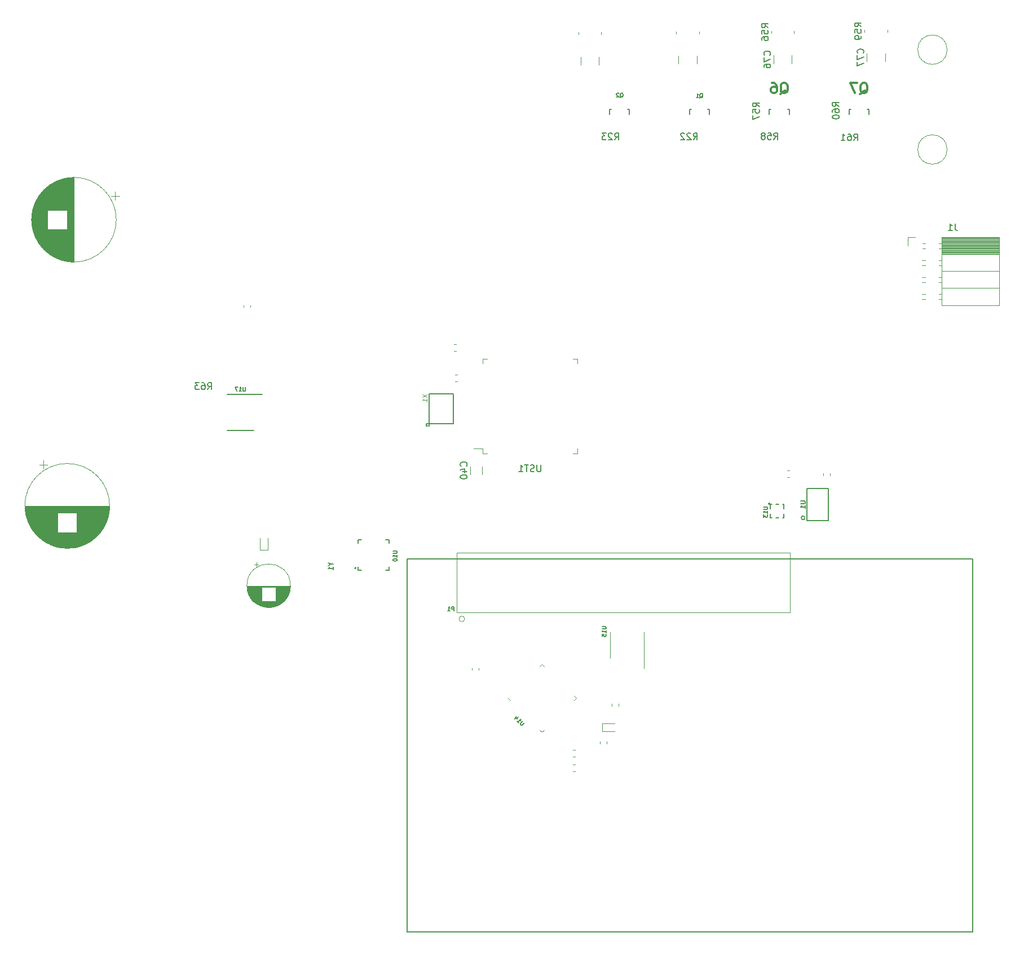
<source format=gbr>
G04 #@! TF.GenerationSoftware,KiCad,Pcbnew,5.1.5-52549c5~86~ubuntu16.04.1*
G04 #@! TF.CreationDate,2020-07-05T11:22:45-05:00*
G04 #@! TF.ProjectId,keep_breathing_ctrl,6b656570-5f62-4726-9561-7468696e675f,rev?*
G04 #@! TF.SameCoordinates,Original*
G04 #@! TF.FileFunction,Legend,Bot*
G04 #@! TF.FilePolarity,Positive*
%FSLAX46Y46*%
G04 Gerber Fmt 4.6, Leading zero omitted, Abs format (unit mm)*
G04 Created by KiCad (PCBNEW 5.1.5-52549c5~86~ubuntu16.04.1) date 2020-07-05 11:22:45*
%MOMM*%
%LPD*%
G04 APERTURE LIST*
%ADD10C,0.150000*%
%ADD11C,0.120000*%
%ADD12C,0.100000*%
%ADD13C,0.200660*%
%ADD14C,0.200000*%
%ADD15C,0.099060*%
%ADD16C,0.304800*%
G04 APERTURE END LIST*
D10*
X193000000Y-113500000D02*
X193000000Y-169500000D01*
X108000000Y-169500000D02*
X193000000Y-169500000D01*
X108000000Y-113500000D02*
X108000000Y-169500000D01*
X108000000Y-113500000D02*
X193000000Y-113500000D01*
D11*
X196950000Y-65210000D02*
X188320000Y-65210000D01*
X196950000Y-65328095D02*
X188320000Y-65328095D01*
X196950000Y-65446190D02*
X188320000Y-65446190D01*
X196950000Y-65564285D02*
X188320000Y-65564285D01*
X196950000Y-65682380D02*
X188320000Y-65682380D01*
X196950000Y-65800475D02*
X188320000Y-65800475D01*
X196950000Y-65918570D02*
X188320000Y-65918570D01*
X196950000Y-66036665D02*
X188320000Y-66036665D01*
X196950000Y-66154760D02*
X188320000Y-66154760D01*
X196950000Y-66272855D02*
X188320000Y-66272855D01*
X196950000Y-66390950D02*
X188320000Y-66390950D01*
X196950000Y-66509045D02*
X188320000Y-66509045D01*
X196950000Y-66627140D02*
X188320000Y-66627140D01*
X196950000Y-66745235D02*
X188320000Y-66745235D01*
X196950000Y-66863330D02*
X188320000Y-66863330D01*
X196950000Y-66981425D02*
X188320000Y-66981425D01*
X196950000Y-67099520D02*
X188320000Y-67099520D01*
X196950000Y-67217615D02*
X188320000Y-67217615D01*
X196950000Y-67335710D02*
X188320000Y-67335710D01*
X196950000Y-67453805D02*
X188320000Y-67453805D01*
X196950000Y-67571900D02*
X188320000Y-67571900D01*
X188320000Y-66060000D02*
X187910000Y-66060000D01*
X185810000Y-66060000D02*
X185430000Y-66060000D01*
X188320000Y-66780000D02*
X187910000Y-66780000D01*
X185810000Y-66780000D02*
X185430000Y-66780000D01*
X188320000Y-68600000D02*
X187910000Y-68600000D01*
X185810000Y-68600000D02*
X185370000Y-68600000D01*
X188320000Y-69320000D02*
X187910000Y-69320000D01*
X185810000Y-69320000D02*
X185370000Y-69320000D01*
X188320000Y-71140000D02*
X187910000Y-71140000D01*
X185810000Y-71140000D02*
X185370000Y-71140000D01*
X188320000Y-71860000D02*
X187910000Y-71860000D01*
X185810000Y-71860000D02*
X185370000Y-71860000D01*
X188320000Y-73680000D02*
X187910000Y-73680000D01*
X185810000Y-73680000D02*
X185370000Y-73680000D01*
X188320000Y-74400000D02*
X187910000Y-74400000D01*
X185810000Y-74400000D02*
X185370000Y-74400000D01*
X196950000Y-67690000D02*
X188320000Y-67690000D01*
X196950000Y-70230000D02*
X188320000Y-70230000D01*
X196950000Y-72770000D02*
X188320000Y-72770000D01*
X196950000Y-65090000D02*
X188320000Y-65090000D01*
X188320000Y-65090000D02*
X188320000Y-75370000D01*
X196950000Y-75370000D02*
X188320000Y-75370000D01*
X196950000Y-65090000D02*
X196950000Y-75370000D01*
X183210000Y-65090000D02*
X183210000Y-66420000D01*
X184320000Y-65090000D02*
X183210000Y-65090000D01*
X123530565Y-134735876D02*
X123194689Y-134400000D01*
X133405311Y-134400000D02*
X133069435Y-134735876D01*
X133069435Y-134064124D02*
X133405311Y-134400000D01*
X128300000Y-129294689D02*
X127964124Y-129630565D01*
X128635876Y-129630565D02*
X128300000Y-129294689D01*
X128300000Y-139505311D02*
X128635876Y-139169435D01*
X127964124Y-139169435D02*
X128300000Y-139505311D01*
X189120000Y-36950000D02*
G75*
G03X189120000Y-36950000I-2210000J0D01*
G01*
X189120000Y-51950000D02*
G75*
G03X189120000Y-51950000I-2210000J0D01*
G01*
D12*
X116666923Y-122500000D02*
G75*
G03X116666923Y-122500000I-416923J0D01*
G01*
X115500000Y-121500000D02*
X115500000Y-112500000D01*
X115500000Y-112500000D02*
X165500000Y-112500000D01*
X165500000Y-112500000D02*
X165500000Y-121500000D01*
X165500000Y-121500000D02*
X115500000Y-121500000D01*
D10*
X138410180Y-45949760D02*
X138410180Y-46650800D01*
X138610840Y-45949760D02*
X138410180Y-45949760D01*
X141409820Y-45949760D02*
X141160900Y-45949760D01*
X141409820Y-46650800D02*
X141409820Y-45949760D01*
X138610840Y-45949760D02*
X138659100Y-45949760D01*
D13*
X110900460Y-93481140D02*
X111200180Y-93481140D01*
X110900460Y-93178880D02*
X110900460Y-93481140D01*
X111101120Y-93178880D02*
X110900460Y-93178880D01*
X115000020Y-93178880D02*
X111101120Y-93178880D01*
X115000020Y-88680540D02*
X115000020Y-93178880D01*
X111299240Y-88680540D02*
X115000020Y-88680540D01*
X111299240Y-93481140D02*
X111299240Y-88680540D01*
D11*
X115572779Y-86840000D02*
X115247221Y-86840000D01*
X115572779Y-85820000D02*
X115247221Y-85820000D01*
X115077221Y-81190000D02*
X115402779Y-81190000D01*
X115077221Y-82210000D02*
X115402779Y-82210000D01*
X119390000Y-96910000D02*
X118025000Y-96910000D01*
X119390000Y-97610000D02*
X119390000Y-96910000D01*
X120090000Y-97610000D02*
X119390000Y-97610000D01*
X133610000Y-97610000D02*
X133610000Y-96910000D01*
X132910000Y-97610000D02*
X133610000Y-97610000D01*
X119390000Y-83390000D02*
X119390000Y-84090000D01*
X120090000Y-83390000D02*
X119390000Y-83390000D01*
X133610000Y-83390000D02*
X133610000Y-84090000D01*
X132910000Y-83390000D02*
X133610000Y-83390000D01*
X132937221Y-142160000D02*
X133262779Y-142160000D01*
X132937221Y-143180000D02*
X133262779Y-143180000D01*
X138030000Y-140937221D02*
X138030000Y-141262779D01*
X137010000Y-140937221D02*
X137010000Y-141262779D01*
X165137221Y-100190000D02*
X165462779Y-100190000D01*
X165137221Y-101210000D02*
X165462779Y-101210000D01*
X85900000Y-110300000D02*
X85900000Y-112150000D01*
X87100000Y-110300000D02*
X87100000Y-112150000D01*
X87100000Y-112150000D02*
X85900000Y-112150000D01*
X139200000Y-138170000D02*
X137350000Y-138170000D01*
X139200000Y-139370000D02*
X137350000Y-139370000D01*
X137350000Y-139370000D02*
X137350000Y-138170000D01*
X85096000Y-114314759D02*
X85726000Y-114314759D01*
X85411000Y-113999759D02*
X85411000Y-114629759D01*
X86848000Y-120741000D02*
X87652000Y-120741000D01*
X86617000Y-120701000D02*
X87883000Y-120701000D01*
X86448000Y-120661000D02*
X88052000Y-120661000D01*
X86310000Y-120621000D02*
X88190000Y-120621000D01*
X86191000Y-120581000D02*
X88309000Y-120581000D01*
X86085000Y-120541000D02*
X88415000Y-120541000D01*
X85988000Y-120501000D02*
X88512000Y-120501000D01*
X85900000Y-120461000D02*
X88600000Y-120461000D01*
X85818000Y-120421000D02*
X88682000Y-120421000D01*
X85741000Y-120381000D02*
X88759000Y-120381000D01*
X85669000Y-120341000D02*
X88831000Y-120341000D01*
X85600000Y-120301000D02*
X88900000Y-120301000D01*
X85536000Y-120261000D02*
X88964000Y-120261000D01*
X85474000Y-120221000D02*
X89026000Y-120221000D01*
X85416000Y-120181000D02*
X89084000Y-120181000D01*
X85360000Y-120141000D02*
X89140000Y-120141000D01*
X85306000Y-120101000D02*
X89194000Y-120101000D01*
X85255000Y-120061000D02*
X89245000Y-120061000D01*
X85206000Y-120021000D02*
X89294000Y-120021000D01*
X85158000Y-119981000D02*
X89342000Y-119981000D01*
X85113000Y-119941000D02*
X89387000Y-119941000D01*
X85068000Y-119901000D02*
X89432000Y-119901000D01*
X85026000Y-119861000D02*
X89474000Y-119861000D01*
X84985000Y-119821000D02*
X89515000Y-119821000D01*
X88290000Y-119781000D02*
X89555000Y-119781000D01*
X84945000Y-119781000D02*
X86210000Y-119781000D01*
X88290000Y-119741000D02*
X89593000Y-119741000D01*
X84907000Y-119741000D02*
X86210000Y-119741000D01*
X88290000Y-119701000D02*
X89630000Y-119701000D01*
X84870000Y-119701000D02*
X86210000Y-119701000D01*
X88290000Y-119661000D02*
X89666000Y-119661000D01*
X84834000Y-119661000D02*
X86210000Y-119661000D01*
X88290000Y-119621000D02*
X89700000Y-119621000D01*
X84800000Y-119621000D02*
X86210000Y-119621000D01*
X88290000Y-119581000D02*
X89734000Y-119581000D01*
X84766000Y-119581000D02*
X86210000Y-119581000D01*
X88290000Y-119541000D02*
X89766000Y-119541000D01*
X84734000Y-119541000D02*
X86210000Y-119541000D01*
X88290000Y-119501000D02*
X89798000Y-119501000D01*
X84702000Y-119501000D02*
X86210000Y-119501000D01*
X88290000Y-119461000D02*
X89828000Y-119461000D01*
X84672000Y-119461000D02*
X86210000Y-119461000D01*
X88290000Y-119421000D02*
X89857000Y-119421000D01*
X84643000Y-119421000D02*
X86210000Y-119421000D01*
X88290000Y-119381000D02*
X89886000Y-119381000D01*
X84614000Y-119381000D02*
X86210000Y-119381000D01*
X88290000Y-119341000D02*
X89914000Y-119341000D01*
X84586000Y-119341000D02*
X86210000Y-119341000D01*
X88290000Y-119301000D02*
X89940000Y-119301000D01*
X84560000Y-119301000D02*
X86210000Y-119301000D01*
X88290000Y-119261000D02*
X89966000Y-119261000D01*
X84534000Y-119261000D02*
X86210000Y-119261000D01*
X88290000Y-119221000D02*
X89992000Y-119221000D01*
X84508000Y-119221000D02*
X86210000Y-119221000D01*
X88290000Y-119181000D02*
X90016000Y-119181000D01*
X84484000Y-119181000D02*
X86210000Y-119181000D01*
X88290000Y-119141000D02*
X90040000Y-119141000D01*
X84460000Y-119141000D02*
X86210000Y-119141000D01*
X88290000Y-119101000D02*
X90062000Y-119101000D01*
X84438000Y-119101000D02*
X86210000Y-119101000D01*
X88290000Y-119061000D02*
X90084000Y-119061000D01*
X84416000Y-119061000D02*
X86210000Y-119061000D01*
X88290000Y-119021000D02*
X90106000Y-119021000D01*
X84394000Y-119021000D02*
X86210000Y-119021000D01*
X88290000Y-118981000D02*
X90126000Y-118981000D01*
X84374000Y-118981000D02*
X86210000Y-118981000D01*
X88290000Y-118941000D02*
X90146000Y-118941000D01*
X84354000Y-118941000D02*
X86210000Y-118941000D01*
X88290000Y-118901000D02*
X90166000Y-118901000D01*
X84334000Y-118901000D02*
X86210000Y-118901000D01*
X88290000Y-118861000D02*
X90184000Y-118861000D01*
X84316000Y-118861000D02*
X86210000Y-118861000D01*
X88290000Y-118821000D02*
X90202000Y-118821000D01*
X84298000Y-118821000D02*
X86210000Y-118821000D01*
X88290000Y-118781000D02*
X90220000Y-118781000D01*
X84280000Y-118781000D02*
X86210000Y-118781000D01*
X88290000Y-118741000D02*
X90236000Y-118741000D01*
X84264000Y-118741000D02*
X86210000Y-118741000D01*
X88290000Y-118701000D02*
X90252000Y-118701000D01*
X84248000Y-118701000D02*
X86210000Y-118701000D01*
X88290000Y-118661000D02*
X90268000Y-118661000D01*
X84232000Y-118661000D02*
X86210000Y-118661000D01*
X88290000Y-118621000D02*
X90283000Y-118621000D01*
X84217000Y-118621000D02*
X86210000Y-118621000D01*
X88290000Y-118581000D02*
X90297000Y-118581000D01*
X84203000Y-118581000D02*
X86210000Y-118581000D01*
X88290000Y-118541000D02*
X90311000Y-118541000D01*
X84189000Y-118541000D02*
X86210000Y-118541000D01*
X88290000Y-118501000D02*
X90324000Y-118501000D01*
X84176000Y-118501000D02*
X86210000Y-118501000D01*
X88290000Y-118461000D02*
X90336000Y-118461000D01*
X84164000Y-118461000D02*
X86210000Y-118461000D01*
X88290000Y-118421000D02*
X90348000Y-118421000D01*
X84152000Y-118421000D02*
X86210000Y-118421000D01*
X88290000Y-118381000D02*
X90360000Y-118381000D01*
X84140000Y-118381000D02*
X86210000Y-118381000D01*
X88290000Y-118341000D02*
X90371000Y-118341000D01*
X84129000Y-118341000D02*
X86210000Y-118341000D01*
X88290000Y-118301000D02*
X90381000Y-118301000D01*
X84119000Y-118301000D02*
X86210000Y-118301000D01*
X88290000Y-118261000D02*
X90391000Y-118261000D01*
X84109000Y-118261000D02*
X86210000Y-118261000D01*
X88290000Y-118221000D02*
X90400000Y-118221000D01*
X84100000Y-118221000D02*
X86210000Y-118221000D01*
X88290000Y-118180000D02*
X90409000Y-118180000D01*
X84091000Y-118180000D02*
X86210000Y-118180000D01*
X88290000Y-118140000D02*
X90417000Y-118140000D01*
X84083000Y-118140000D02*
X86210000Y-118140000D01*
X88290000Y-118100000D02*
X90425000Y-118100000D01*
X84075000Y-118100000D02*
X86210000Y-118100000D01*
X88290000Y-118060000D02*
X90432000Y-118060000D01*
X84068000Y-118060000D02*
X86210000Y-118060000D01*
X88290000Y-118020000D02*
X90439000Y-118020000D01*
X84061000Y-118020000D02*
X86210000Y-118020000D01*
X88290000Y-117980000D02*
X90445000Y-117980000D01*
X84055000Y-117980000D02*
X86210000Y-117980000D01*
X88290000Y-117940000D02*
X90451000Y-117940000D01*
X84049000Y-117940000D02*
X86210000Y-117940000D01*
X88290000Y-117900000D02*
X90456000Y-117900000D01*
X84044000Y-117900000D02*
X86210000Y-117900000D01*
X88290000Y-117860000D02*
X90461000Y-117860000D01*
X84039000Y-117860000D02*
X86210000Y-117860000D01*
X88290000Y-117820000D02*
X90465000Y-117820000D01*
X84035000Y-117820000D02*
X86210000Y-117820000D01*
X88290000Y-117780000D02*
X90468000Y-117780000D01*
X84032000Y-117780000D02*
X86210000Y-117780000D01*
X88290000Y-117740000D02*
X90472000Y-117740000D01*
X84028000Y-117740000D02*
X86210000Y-117740000D01*
X84026000Y-117700000D02*
X90474000Y-117700000D01*
X84023000Y-117660000D02*
X90477000Y-117660000D01*
X84022000Y-117620000D02*
X90478000Y-117620000D01*
X84020000Y-117580000D02*
X90480000Y-117580000D01*
X84020000Y-117540000D02*
X90480000Y-117540000D01*
X84020000Y-117500000D02*
X90480000Y-117500000D01*
X90520000Y-117500000D02*
G75*
G03X90520000Y-117500000I-3270000J0D01*
G01*
X143630000Y-126440000D02*
X143630000Y-129890000D01*
X143630000Y-126440000D02*
X143630000Y-124490000D01*
X138510000Y-126440000D02*
X138510000Y-128390000D01*
X138510000Y-126440000D02*
X138510000Y-124490000D01*
X117740000Y-130192779D02*
X117740000Y-129867221D01*
X118760000Y-130192779D02*
X118760000Y-129867221D01*
X139800000Y-135227221D02*
X139800000Y-135552779D01*
X138780000Y-135227221D02*
X138780000Y-135552779D01*
X132957221Y-144410000D02*
X133282779Y-144410000D01*
X132957221Y-145430000D02*
X133282779Y-145430000D01*
X170490000Y-100962779D02*
X170490000Y-100637221D01*
X171510000Y-100962779D02*
X171510000Y-100637221D01*
D10*
X162600000Y-107300000D02*
X162600000Y-106700000D01*
X164600000Y-107300000D02*
X164600000Y-106700000D01*
X164600000Y-105300000D02*
X164600000Y-105900000D01*
X162600000Y-105300000D02*
X162600000Y-105900000D01*
X163400000Y-107300000D02*
X163800000Y-107300000D01*
X163400000Y-105300000D02*
X163800000Y-105300000D01*
X164600000Y-107300000D02*
X164400000Y-107300000D01*
X162600000Y-107300000D02*
X162800000Y-107300000D01*
X162600000Y-105300000D02*
X162800000Y-105300000D01*
X164616000Y-105284000D02*
X164425500Y-105284000D01*
X162535490Y-105157000D02*
G75*
G03X162535490Y-105157000I-141990J0D01*
G01*
X168100000Y-102900000D02*
X171300000Y-102900000D01*
X168100000Y-107700000D02*
X168100000Y-102900000D01*
X171300000Y-107700000D02*
X168100000Y-107700000D01*
X171300000Y-102900000D02*
X171300000Y-107700000D01*
X167782843Y-107300000D02*
G75*
G03X167782843Y-107300000I-282843J0D01*
G01*
X86275000Y-88775000D02*
X81000000Y-88775000D01*
X85000000Y-94175000D02*
X81000000Y-94175000D01*
D11*
X84510000Y-75337221D02*
X84510000Y-75662779D01*
X83490000Y-75337221D02*
X83490000Y-75662779D01*
D10*
X150430180Y-45939760D02*
X150430180Y-46640800D01*
X150630840Y-45939760D02*
X150430180Y-45939760D01*
X153429820Y-45939760D02*
X153180900Y-45939760D01*
X153429820Y-46640800D02*
X153429820Y-45939760D01*
X150630840Y-45939760D02*
X150679100Y-45939760D01*
D11*
X137200000Y-34297017D02*
X137200000Y-34662983D01*
X133780000Y-34297017D02*
X133780000Y-34662983D01*
X151880000Y-34187017D02*
X151880000Y-34552983D01*
X148460000Y-34187017D02*
X148460000Y-34552983D01*
X136860000Y-38007936D02*
X136860000Y-39212064D01*
X134140000Y-38007936D02*
X134140000Y-39212064D01*
X151520000Y-37877936D02*
X151520000Y-39082064D01*
X148800000Y-37877936D02*
X148800000Y-39082064D01*
D14*
X100370000Y-114850000D02*
G75*
G03X100370000Y-114850000I-100000J0D01*
G01*
D10*
X105350000Y-115175000D02*
X105350000Y-114675000D01*
X105350000Y-115175000D02*
X104850000Y-115175000D01*
X105350000Y-110625000D02*
X105350000Y-111125000D01*
X105350000Y-110624160D02*
X104850000Y-110624160D01*
X100650000Y-110625000D02*
X101150000Y-110625000D01*
X100650000Y-110625000D02*
X100650000Y-111125000D01*
X100650000Y-115175000D02*
X101150000Y-115175000D01*
X100650000Y-115175000D02*
X100650000Y-114675000D01*
D11*
X64192082Y-58300000D02*
X64192082Y-59550000D01*
X64817082Y-58925000D02*
X63567082Y-58925000D01*
X51639000Y-62183000D02*
X51639000Y-62817000D01*
X51679000Y-61743000D02*
X51679000Y-63257000D01*
X51719000Y-61472000D02*
X51719000Y-63528000D01*
X51759000Y-61259000D02*
X51759000Y-63741000D01*
X51799000Y-61078000D02*
X51799000Y-63922000D01*
X51839000Y-60917000D02*
X51839000Y-64083000D01*
X51879000Y-60772000D02*
X51879000Y-64228000D01*
X51919000Y-60639000D02*
X51919000Y-64361000D01*
X51959000Y-60516000D02*
X51959000Y-64484000D01*
X51999000Y-60400000D02*
X51999000Y-64600000D01*
X52039000Y-60291000D02*
X52039000Y-64709000D01*
X52079000Y-60188000D02*
X52079000Y-64812000D01*
X52119000Y-60090000D02*
X52119000Y-64910000D01*
X52159000Y-59996000D02*
X52159000Y-65004000D01*
X52199000Y-59906000D02*
X52199000Y-65094000D01*
X52239000Y-59819000D02*
X52239000Y-65181000D01*
X52279000Y-59736000D02*
X52279000Y-65264000D01*
X52319000Y-59656000D02*
X52319000Y-65344000D01*
X52359000Y-59579000D02*
X52359000Y-65421000D01*
X52399000Y-59504000D02*
X52399000Y-65496000D01*
X52439000Y-59431000D02*
X52439000Y-65569000D01*
X52479000Y-59360000D02*
X52479000Y-65640000D01*
X52519000Y-59292000D02*
X52519000Y-65708000D01*
X52559000Y-59225000D02*
X52559000Y-65775000D01*
X52599000Y-59161000D02*
X52599000Y-65839000D01*
X52639000Y-59098000D02*
X52639000Y-65902000D01*
X52679000Y-59036000D02*
X52679000Y-65964000D01*
X52719000Y-58976000D02*
X52719000Y-66024000D01*
X52759000Y-58917000D02*
X52759000Y-66083000D01*
X52799000Y-58860000D02*
X52799000Y-66140000D01*
X52839000Y-58804000D02*
X52839000Y-66196000D01*
X52879000Y-58750000D02*
X52879000Y-66250000D01*
X52919000Y-58696000D02*
X52919000Y-66304000D01*
X52959000Y-58644000D02*
X52959000Y-66356000D01*
X52999000Y-58593000D02*
X52999000Y-66407000D01*
X53039000Y-58543000D02*
X53039000Y-66457000D01*
X53079000Y-58493000D02*
X53079000Y-66507000D01*
X53119000Y-58445000D02*
X53119000Y-66555000D01*
X53159000Y-58398000D02*
X53159000Y-66602000D01*
X53199000Y-58352000D02*
X53199000Y-66648000D01*
X53239000Y-58306000D02*
X53239000Y-66694000D01*
X53279000Y-58262000D02*
X53279000Y-66738000D01*
X53319000Y-58218000D02*
X53319000Y-66782000D01*
X53359000Y-58175000D02*
X53359000Y-66825000D01*
X53399000Y-58133000D02*
X53399000Y-66867000D01*
X53439000Y-58092000D02*
X53439000Y-66908000D01*
X53479000Y-58051000D02*
X53479000Y-66949000D01*
X53519000Y-58011000D02*
X53519000Y-66989000D01*
X53559000Y-57972000D02*
X53559000Y-67028000D01*
X53599000Y-57933000D02*
X53599000Y-67067000D01*
X53639000Y-57895000D02*
X53639000Y-67105000D01*
X53679000Y-57858000D02*
X53679000Y-67142000D01*
X53719000Y-57822000D02*
X53719000Y-67178000D01*
X53759000Y-57786000D02*
X53759000Y-67214000D01*
X53799000Y-57750000D02*
X53799000Y-67250000D01*
X53839000Y-57715000D02*
X53839000Y-67285000D01*
X53879000Y-57681000D02*
X53879000Y-67319000D01*
X53919000Y-57648000D02*
X53919000Y-67352000D01*
X53959000Y-57615000D02*
X53959000Y-67385000D01*
X53999000Y-57582000D02*
X53999000Y-67418000D01*
X54039000Y-57550000D02*
X54039000Y-67450000D01*
X54079000Y-63940000D02*
X54079000Y-67482000D01*
X54079000Y-57518000D02*
X54079000Y-61060000D01*
X54119000Y-63940000D02*
X54119000Y-67512000D01*
X54119000Y-57488000D02*
X54119000Y-61060000D01*
X54159000Y-63940000D02*
X54159000Y-67543000D01*
X54159000Y-57457000D02*
X54159000Y-61060000D01*
X54199000Y-63940000D02*
X54199000Y-67573000D01*
X54199000Y-57427000D02*
X54199000Y-61060000D01*
X54239000Y-63940000D02*
X54239000Y-67602000D01*
X54239000Y-57398000D02*
X54239000Y-61060000D01*
X54279000Y-63940000D02*
X54279000Y-67631000D01*
X54279000Y-57369000D02*
X54279000Y-61060000D01*
X54319000Y-63940000D02*
X54319000Y-67660000D01*
X54319000Y-57340000D02*
X54319000Y-61060000D01*
X54359000Y-63940000D02*
X54359000Y-67688000D01*
X54359000Y-57312000D02*
X54359000Y-61060000D01*
X54399000Y-63940000D02*
X54399000Y-67716000D01*
X54399000Y-57284000D02*
X54399000Y-61060000D01*
X54439000Y-63940000D02*
X54439000Y-67743000D01*
X54439000Y-57257000D02*
X54439000Y-61060000D01*
X54479000Y-63940000D02*
X54479000Y-67770000D01*
X54479000Y-57230000D02*
X54479000Y-61060000D01*
X54519000Y-63940000D02*
X54519000Y-67796000D01*
X54519000Y-57204000D02*
X54519000Y-61060000D01*
X54559000Y-63940000D02*
X54559000Y-67822000D01*
X54559000Y-57178000D02*
X54559000Y-61060000D01*
X54599000Y-63940000D02*
X54599000Y-67847000D01*
X54599000Y-57153000D02*
X54599000Y-61060000D01*
X54639000Y-63940000D02*
X54639000Y-67872000D01*
X54639000Y-57128000D02*
X54639000Y-61060000D01*
X54679000Y-63940000D02*
X54679000Y-67897000D01*
X54679000Y-57103000D02*
X54679000Y-61060000D01*
X54719000Y-63940000D02*
X54719000Y-67921000D01*
X54719000Y-57079000D02*
X54719000Y-61060000D01*
X54759000Y-63940000D02*
X54759000Y-67945000D01*
X54759000Y-57055000D02*
X54759000Y-61060000D01*
X54799000Y-63940000D02*
X54799000Y-67968000D01*
X54799000Y-57032000D02*
X54799000Y-61060000D01*
X54839000Y-63940000D02*
X54839000Y-67991000D01*
X54839000Y-57009000D02*
X54839000Y-61060000D01*
X54879000Y-63940000D02*
X54879000Y-68014000D01*
X54879000Y-56986000D02*
X54879000Y-61060000D01*
X54919000Y-63940000D02*
X54919000Y-68036000D01*
X54919000Y-56964000D02*
X54919000Y-61060000D01*
X54959000Y-63940000D02*
X54959000Y-68058000D01*
X54959000Y-56942000D02*
X54959000Y-61060000D01*
X54999000Y-63940000D02*
X54999000Y-68080000D01*
X54999000Y-56920000D02*
X54999000Y-61060000D01*
X55039000Y-63940000D02*
X55039000Y-68101000D01*
X55039000Y-56899000D02*
X55039000Y-61060000D01*
X55079000Y-63940000D02*
X55079000Y-68122000D01*
X55079000Y-56878000D02*
X55079000Y-61060000D01*
X55119000Y-63940000D02*
X55119000Y-68142000D01*
X55119000Y-56858000D02*
X55119000Y-61060000D01*
X55159000Y-63940000D02*
X55159000Y-68162000D01*
X55159000Y-56838000D02*
X55159000Y-61060000D01*
X55199000Y-63940000D02*
X55199000Y-68182000D01*
X55199000Y-56818000D02*
X55199000Y-61060000D01*
X55239000Y-63940000D02*
X55239000Y-68202000D01*
X55239000Y-56798000D02*
X55239000Y-61060000D01*
X55279000Y-63940000D02*
X55279000Y-68221000D01*
X55279000Y-56779000D02*
X55279000Y-61060000D01*
X55319000Y-63940000D02*
X55319000Y-68239000D01*
X55319000Y-56761000D02*
X55319000Y-61060000D01*
X55359000Y-63940000D02*
X55359000Y-68258000D01*
X55359000Y-56742000D02*
X55359000Y-61060000D01*
X55399000Y-63940000D02*
X55399000Y-68276000D01*
X55399000Y-56724000D02*
X55399000Y-61060000D01*
X55439000Y-63940000D02*
X55439000Y-68293000D01*
X55439000Y-56707000D02*
X55439000Y-61060000D01*
X55479000Y-63940000D02*
X55479000Y-68311000D01*
X55479000Y-56689000D02*
X55479000Y-61060000D01*
X55519000Y-63940000D02*
X55519000Y-68328000D01*
X55519000Y-56672000D02*
X55519000Y-61060000D01*
X55559000Y-63940000D02*
X55559000Y-68345000D01*
X55559000Y-56655000D02*
X55559000Y-61060000D01*
X55599000Y-63940000D02*
X55599000Y-68361000D01*
X55599000Y-56639000D02*
X55599000Y-61060000D01*
X55639000Y-63940000D02*
X55639000Y-68377000D01*
X55639000Y-56623000D02*
X55639000Y-61060000D01*
X55679000Y-63940000D02*
X55679000Y-68393000D01*
X55679000Y-56607000D02*
X55679000Y-61060000D01*
X55719000Y-63940000D02*
X55719000Y-68408000D01*
X55719000Y-56592000D02*
X55719000Y-61060000D01*
X55759000Y-63940000D02*
X55759000Y-68424000D01*
X55759000Y-56576000D02*
X55759000Y-61060000D01*
X55799000Y-63940000D02*
X55799000Y-68439000D01*
X55799000Y-56561000D02*
X55799000Y-61060000D01*
X55839000Y-63940000D02*
X55839000Y-68453000D01*
X55839000Y-56547000D02*
X55839000Y-61060000D01*
X55879000Y-63940000D02*
X55879000Y-68467000D01*
X55879000Y-56533000D02*
X55879000Y-61060000D01*
X55919000Y-63940000D02*
X55919000Y-68481000D01*
X55919000Y-56519000D02*
X55919000Y-61060000D01*
X55959000Y-63940000D02*
X55959000Y-68495000D01*
X55959000Y-56505000D02*
X55959000Y-61060000D01*
X55999000Y-63940000D02*
X55999000Y-68508000D01*
X55999000Y-56492000D02*
X55999000Y-61060000D01*
X56039000Y-63940000D02*
X56039000Y-68521000D01*
X56039000Y-56479000D02*
X56039000Y-61060000D01*
X56079000Y-63940000D02*
X56079000Y-68534000D01*
X56079000Y-56466000D02*
X56079000Y-61060000D01*
X56119000Y-63940000D02*
X56119000Y-68547000D01*
X56119000Y-56453000D02*
X56119000Y-61060000D01*
X56159000Y-63940000D02*
X56159000Y-68559000D01*
X56159000Y-56441000D02*
X56159000Y-61060000D01*
X56199000Y-63940000D02*
X56199000Y-68571000D01*
X56199000Y-56429000D02*
X56199000Y-61060000D01*
X56239000Y-63940000D02*
X56239000Y-68583000D01*
X56239000Y-56417000D02*
X56239000Y-61060000D01*
X56279000Y-63940000D02*
X56279000Y-68594000D01*
X56279000Y-56406000D02*
X56279000Y-61060000D01*
X56319000Y-63940000D02*
X56319000Y-68605000D01*
X56319000Y-56395000D02*
X56319000Y-61060000D01*
X56359000Y-63940000D02*
X56359000Y-68616000D01*
X56359000Y-56384000D02*
X56359000Y-61060000D01*
X56399000Y-63940000D02*
X56399000Y-68626000D01*
X56399000Y-56374000D02*
X56399000Y-61060000D01*
X56439000Y-63940000D02*
X56439000Y-68637000D01*
X56439000Y-56363000D02*
X56439000Y-61060000D01*
X56479000Y-63940000D02*
X56479000Y-68646000D01*
X56479000Y-56354000D02*
X56479000Y-61060000D01*
X56519000Y-63940000D02*
X56519000Y-68656000D01*
X56519000Y-56344000D02*
X56519000Y-61060000D01*
X56559000Y-63940000D02*
X56559000Y-68666000D01*
X56559000Y-56334000D02*
X56559000Y-61060000D01*
X56599000Y-63940000D02*
X56599000Y-68675000D01*
X56599000Y-56325000D02*
X56599000Y-61060000D01*
X56639000Y-63940000D02*
X56639000Y-68684000D01*
X56639000Y-56316000D02*
X56639000Y-61060000D01*
X56679000Y-63940000D02*
X56679000Y-68692000D01*
X56679000Y-56308000D02*
X56679000Y-61060000D01*
X56719000Y-63940000D02*
X56719000Y-68701000D01*
X56719000Y-56299000D02*
X56719000Y-61060000D01*
X56759000Y-63940000D02*
X56759000Y-68709000D01*
X56759000Y-56291000D02*
X56759000Y-61060000D01*
X56799000Y-63940000D02*
X56799000Y-68716000D01*
X56799000Y-56284000D02*
X56799000Y-61060000D01*
X56839000Y-63940000D02*
X56839000Y-68724000D01*
X56839000Y-56276000D02*
X56839000Y-61060000D01*
X56879000Y-63940000D02*
X56879000Y-68731000D01*
X56879000Y-56269000D02*
X56879000Y-61060000D01*
X56919000Y-63940000D02*
X56919000Y-68738000D01*
X56919000Y-56262000D02*
X56919000Y-61060000D01*
X56959000Y-56255000D02*
X56959000Y-68745000D01*
X56999000Y-56248000D02*
X56999000Y-68752000D01*
X57039000Y-56242000D02*
X57039000Y-68758000D01*
X57079000Y-56236000D02*
X57079000Y-68764000D01*
X57119000Y-56231000D02*
X57119000Y-68769000D01*
X57159000Y-56225000D02*
X57159000Y-68775000D01*
X57199000Y-56220000D02*
X57199000Y-68780000D01*
X57239000Y-56215000D02*
X57239000Y-68785000D01*
X57279000Y-56210000D02*
X57279000Y-68790000D01*
X57320000Y-56206000D02*
X57320000Y-68794000D01*
X57360000Y-56202000D02*
X57360000Y-68798000D01*
X57400000Y-56198000D02*
X57400000Y-68802000D01*
X57440000Y-56194000D02*
X57440000Y-68806000D01*
X57480000Y-56191000D02*
X57480000Y-68809000D01*
X57520000Y-56188000D02*
X57520000Y-68812000D01*
X57560000Y-56185000D02*
X57560000Y-68815000D01*
X57600000Y-56182000D02*
X57600000Y-68818000D01*
X57640000Y-56180000D02*
X57640000Y-68820000D01*
X57680000Y-56178000D02*
X57680000Y-68822000D01*
X57720000Y-56176000D02*
X57720000Y-68824000D01*
X57760000Y-56174000D02*
X57760000Y-68826000D01*
X57800000Y-56173000D02*
X57800000Y-68827000D01*
X57840000Y-56172000D02*
X57840000Y-68828000D01*
X57880000Y-56171000D02*
X57880000Y-68829000D01*
X57920000Y-56170000D02*
X57920000Y-68830000D01*
X57960000Y-56170000D02*
X57960000Y-68830000D01*
X58000000Y-56170000D02*
X58000000Y-68830000D01*
X64370000Y-62500000D02*
G75*
G03X64370000Y-62500000I-6370000J0D01*
G01*
X63370000Y-105500000D02*
G75*
G03X63370000Y-105500000I-6370000J0D01*
G01*
X50670000Y-105500000D02*
X63330000Y-105500000D01*
X50670000Y-105540000D02*
X63330000Y-105540000D01*
X50670000Y-105580000D02*
X63330000Y-105580000D01*
X50671000Y-105620000D02*
X63329000Y-105620000D01*
X50672000Y-105660000D02*
X63328000Y-105660000D01*
X50673000Y-105700000D02*
X63327000Y-105700000D01*
X50674000Y-105740000D02*
X63326000Y-105740000D01*
X50676000Y-105780000D02*
X63324000Y-105780000D01*
X50678000Y-105820000D02*
X63322000Y-105820000D01*
X50680000Y-105860000D02*
X63320000Y-105860000D01*
X50682000Y-105900000D02*
X63318000Y-105900000D01*
X50685000Y-105940000D02*
X63315000Y-105940000D01*
X50688000Y-105980000D02*
X63312000Y-105980000D01*
X50691000Y-106020000D02*
X63309000Y-106020000D01*
X50694000Y-106060000D02*
X63306000Y-106060000D01*
X50698000Y-106100000D02*
X63302000Y-106100000D01*
X50702000Y-106140000D02*
X63298000Y-106140000D01*
X50706000Y-106180000D02*
X63294000Y-106180000D01*
X50710000Y-106221000D02*
X63290000Y-106221000D01*
X50715000Y-106261000D02*
X63285000Y-106261000D01*
X50720000Y-106301000D02*
X63280000Y-106301000D01*
X50725000Y-106341000D02*
X63275000Y-106341000D01*
X50731000Y-106381000D02*
X63269000Y-106381000D01*
X50736000Y-106421000D02*
X63264000Y-106421000D01*
X50742000Y-106461000D02*
X63258000Y-106461000D01*
X50748000Y-106501000D02*
X63252000Y-106501000D01*
X50755000Y-106541000D02*
X63245000Y-106541000D01*
X50762000Y-106581000D02*
X55560000Y-106581000D01*
X58440000Y-106581000D02*
X63238000Y-106581000D01*
X50769000Y-106621000D02*
X55560000Y-106621000D01*
X58440000Y-106621000D02*
X63231000Y-106621000D01*
X50776000Y-106661000D02*
X55560000Y-106661000D01*
X58440000Y-106661000D02*
X63224000Y-106661000D01*
X50784000Y-106701000D02*
X55560000Y-106701000D01*
X58440000Y-106701000D02*
X63216000Y-106701000D01*
X50791000Y-106741000D02*
X55560000Y-106741000D01*
X58440000Y-106741000D02*
X63209000Y-106741000D01*
X50799000Y-106781000D02*
X55560000Y-106781000D01*
X58440000Y-106781000D02*
X63201000Y-106781000D01*
X50808000Y-106821000D02*
X55560000Y-106821000D01*
X58440000Y-106821000D02*
X63192000Y-106821000D01*
X50816000Y-106861000D02*
X55560000Y-106861000D01*
X58440000Y-106861000D02*
X63184000Y-106861000D01*
X50825000Y-106901000D02*
X55560000Y-106901000D01*
X58440000Y-106901000D02*
X63175000Y-106901000D01*
X50834000Y-106941000D02*
X55560000Y-106941000D01*
X58440000Y-106941000D02*
X63166000Y-106941000D01*
X50844000Y-106981000D02*
X55560000Y-106981000D01*
X58440000Y-106981000D02*
X63156000Y-106981000D01*
X50854000Y-107021000D02*
X55560000Y-107021000D01*
X58440000Y-107021000D02*
X63146000Y-107021000D01*
X50863000Y-107061000D02*
X55560000Y-107061000D01*
X58440000Y-107061000D02*
X63137000Y-107061000D01*
X50874000Y-107101000D02*
X55560000Y-107101000D01*
X58440000Y-107101000D02*
X63126000Y-107101000D01*
X50884000Y-107141000D02*
X55560000Y-107141000D01*
X58440000Y-107141000D02*
X63116000Y-107141000D01*
X50895000Y-107181000D02*
X55560000Y-107181000D01*
X58440000Y-107181000D02*
X63105000Y-107181000D01*
X50906000Y-107221000D02*
X55560000Y-107221000D01*
X58440000Y-107221000D02*
X63094000Y-107221000D01*
X50917000Y-107261000D02*
X55560000Y-107261000D01*
X58440000Y-107261000D02*
X63083000Y-107261000D01*
X50929000Y-107301000D02*
X55560000Y-107301000D01*
X58440000Y-107301000D02*
X63071000Y-107301000D01*
X50941000Y-107341000D02*
X55560000Y-107341000D01*
X58440000Y-107341000D02*
X63059000Y-107341000D01*
X50953000Y-107381000D02*
X55560000Y-107381000D01*
X58440000Y-107381000D02*
X63047000Y-107381000D01*
X50966000Y-107421000D02*
X55560000Y-107421000D01*
X58440000Y-107421000D02*
X63034000Y-107421000D01*
X50979000Y-107461000D02*
X55560000Y-107461000D01*
X58440000Y-107461000D02*
X63021000Y-107461000D01*
X50992000Y-107501000D02*
X55560000Y-107501000D01*
X58440000Y-107501000D02*
X63008000Y-107501000D01*
X51005000Y-107541000D02*
X55560000Y-107541000D01*
X58440000Y-107541000D02*
X62995000Y-107541000D01*
X51019000Y-107581000D02*
X55560000Y-107581000D01*
X58440000Y-107581000D02*
X62981000Y-107581000D01*
X51033000Y-107621000D02*
X55560000Y-107621000D01*
X58440000Y-107621000D02*
X62967000Y-107621000D01*
X51047000Y-107661000D02*
X55560000Y-107661000D01*
X58440000Y-107661000D02*
X62953000Y-107661000D01*
X51061000Y-107701000D02*
X55560000Y-107701000D01*
X58440000Y-107701000D02*
X62939000Y-107701000D01*
X51076000Y-107741000D02*
X55560000Y-107741000D01*
X58440000Y-107741000D02*
X62924000Y-107741000D01*
X51092000Y-107781000D02*
X55560000Y-107781000D01*
X58440000Y-107781000D02*
X62908000Y-107781000D01*
X51107000Y-107821000D02*
X55560000Y-107821000D01*
X58440000Y-107821000D02*
X62893000Y-107821000D01*
X51123000Y-107861000D02*
X55560000Y-107861000D01*
X58440000Y-107861000D02*
X62877000Y-107861000D01*
X51139000Y-107901000D02*
X55560000Y-107901000D01*
X58440000Y-107901000D02*
X62861000Y-107901000D01*
X51155000Y-107941000D02*
X55560000Y-107941000D01*
X58440000Y-107941000D02*
X62845000Y-107941000D01*
X51172000Y-107981000D02*
X55560000Y-107981000D01*
X58440000Y-107981000D02*
X62828000Y-107981000D01*
X51189000Y-108021000D02*
X55560000Y-108021000D01*
X58440000Y-108021000D02*
X62811000Y-108021000D01*
X51207000Y-108061000D02*
X55560000Y-108061000D01*
X58440000Y-108061000D02*
X62793000Y-108061000D01*
X51224000Y-108101000D02*
X55560000Y-108101000D01*
X58440000Y-108101000D02*
X62776000Y-108101000D01*
X51242000Y-108141000D02*
X55560000Y-108141000D01*
X58440000Y-108141000D02*
X62758000Y-108141000D01*
X51261000Y-108181000D02*
X55560000Y-108181000D01*
X58440000Y-108181000D02*
X62739000Y-108181000D01*
X51279000Y-108221000D02*
X55560000Y-108221000D01*
X58440000Y-108221000D02*
X62721000Y-108221000D01*
X51298000Y-108261000D02*
X55560000Y-108261000D01*
X58440000Y-108261000D02*
X62702000Y-108261000D01*
X51318000Y-108301000D02*
X55560000Y-108301000D01*
X58440000Y-108301000D02*
X62682000Y-108301000D01*
X51338000Y-108341000D02*
X55560000Y-108341000D01*
X58440000Y-108341000D02*
X62662000Y-108341000D01*
X51358000Y-108381000D02*
X55560000Y-108381000D01*
X58440000Y-108381000D02*
X62642000Y-108381000D01*
X51378000Y-108421000D02*
X55560000Y-108421000D01*
X58440000Y-108421000D02*
X62622000Y-108421000D01*
X51399000Y-108461000D02*
X55560000Y-108461000D01*
X58440000Y-108461000D02*
X62601000Y-108461000D01*
X51420000Y-108501000D02*
X55560000Y-108501000D01*
X58440000Y-108501000D02*
X62580000Y-108501000D01*
X51442000Y-108541000D02*
X55560000Y-108541000D01*
X58440000Y-108541000D02*
X62558000Y-108541000D01*
X51464000Y-108581000D02*
X55560000Y-108581000D01*
X58440000Y-108581000D02*
X62536000Y-108581000D01*
X51486000Y-108621000D02*
X55560000Y-108621000D01*
X58440000Y-108621000D02*
X62514000Y-108621000D01*
X51509000Y-108661000D02*
X55560000Y-108661000D01*
X58440000Y-108661000D02*
X62491000Y-108661000D01*
X51532000Y-108701000D02*
X55560000Y-108701000D01*
X58440000Y-108701000D02*
X62468000Y-108701000D01*
X51555000Y-108741000D02*
X55560000Y-108741000D01*
X58440000Y-108741000D02*
X62445000Y-108741000D01*
X51579000Y-108781000D02*
X55560000Y-108781000D01*
X58440000Y-108781000D02*
X62421000Y-108781000D01*
X51603000Y-108821000D02*
X55560000Y-108821000D01*
X58440000Y-108821000D02*
X62397000Y-108821000D01*
X51628000Y-108861000D02*
X55560000Y-108861000D01*
X58440000Y-108861000D02*
X62372000Y-108861000D01*
X51653000Y-108901000D02*
X55560000Y-108901000D01*
X58440000Y-108901000D02*
X62347000Y-108901000D01*
X51678000Y-108941000D02*
X55560000Y-108941000D01*
X58440000Y-108941000D02*
X62322000Y-108941000D01*
X51704000Y-108981000D02*
X55560000Y-108981000D01*
X58440000Y-108981000D02*
X62296000Y-108981000D01*
X51730000Y-109021000D02*
X55560000Y-109021000D01*
X58440000Y-109021000D02*
X62270000Y-109021000D01*
X51757000Y-109061000D02*
X55560000Y-109061000D01*
X58440000Y-109061000D02*
X62243000Y-109061000D01*
X51784000Y-109101000D02*
X55560000Y-109101000D01*
X58440000Y-109101000D02*
X62216000Y-109101000D01*
X51812000Y-109141000D02*
X55560000Y-109141000D01*
X58440000Y-109141000D02*
X62188000Y-109141000D01*
X51840000Y-109181000D02*
X55560000Y-109181000D01*
X58440000Y-109181000D02*
X62160000Y-109181000D01*
X51869000Y-109221000D02*
X55560000Y-109221000D01*
X58440000Y-109221000D02*
X62131000Y-109221000D01*
X51898000Y-109261000D02*
X55560000Y-109261000D01*
X58440000Y-109261000D02*
X62102000Y-109261000D01*
X51927000Y-109301000D02*
X55560000Y-109301000D01*
X58440000Y-109301000D02*
X62073000Y-109301000D01*
X51957000Y-109341000D02*
X55560000Y-109341000D01*
X58440000Y-109341000D02*
X62043000Y-109341000D01*
X51988000Y-109381000D02*
X55560000Y-109381000D01*
X58440000Y-109381000D02*
X62012000Y-109381000D01*
X52018000Y-109421000D02*
X55560000Y-109421000D01*
X58440000Y-109421000D02*
X61982000Y-109421000D01*
X52050000Y-109461000D02*
X61950000Y-109461000D01*
X52082000Y-109501000D02*
X61918000Y-109501000D01*
X52115000Y-109541000D02*
X61885000Y-109541000D01*
X52148000Y-109581000D02*
X61852000Y-109581000D01*
X52181000Y-109621000D02*
X61819000Y-109621000D01*
X52215000Y-109661000D02*
X61785000Y-109661000D01*
X52250000Y-109701000D02*
X61750000Y-109701000D01*
X52286000Y-109741000D02*
X61714000Y-109741000D01*
X52322000Y-109781000D02*
X61678000Y-109781000D01*
X52358000Y-109821000D02*
X61642000Y-109821000D01*
X52395000Y-109861000D02*
X61605000Y-109861000D01*
X52433000Y-109901000D02*
X61567000Y-109901000D01*
X52472000Y-109941000D02*
X61528000Y-109941000D01*
X52511000Y-109981000D02*
X61489000Y-109981000D01*
X52551000Y-110021000D02*
X61449000Y-110021000D01*
X52592000Y-110061000D02*
X61408000Y-110061000D01*
X52633000Y-110101000D02*
X61367000Y-110101000D01*
X52675000Y-110141000D02*
X61325000Y-110141000D01*
X52718000Y-110181000D02*
X61282000Y-110181000D01*
X52762000Y-110221000D02*
X61238000Y-110221000D01*
X52806000Y-110261000D02*
X61194000Y-110261000D01*
X52852000Y-110301000D02*
X61148000Y-110301000D01*
X52898000Y-110341000D02*
X61102000Y-110341000D01*
X52945000Y-110381000D02*
X61055000Y-110381000D01*
X52993000Y-110421000D02*
X61007000Y-110421000D01*
X53043000Y-110461000D02*
X60957000Y-110461000D01*
X53093000Y-110501000D02*
X60907000Y-110501000D01*
X53144000Y-110541000D02*
X60856000Y-110541000D01*
X53196000Y-110581000D02*
X60804000Y-110581000D01*
X53250000Y-110621000D02*
X60750000Y-110621000D01*
X53304000Y-110661000D02*
X60696000Y-110661000D01*
X53360000Y-110701000D02*
X60640000Y-110701000D01*
X53417000Y-110741000D02*
X60583000Y-110741000D01*
X53476000Y-110781000D02*
X60524000Y-110781000D01*
X53536000Y-110821000D02*
X60464000Y-110821000D01*
X53598000Y-110861000D02*
X60402000Y-110861000D01*
X53661000Y-110901000D02*
X60339000Y-110901000D01*
X53725000Y-110941000D02*
X60275000Y-110941000D01*
X53792000Y-110981000D02*
X60208000Y-110981000D01*
X53860000Y-111021000D02*
X60140000Y-111021000D01*
X53931000Y-111061000D02*
X60069000Y-111061000D01*
X54004000Y-111101000D02*
X59996000Y-111101000D01*
X54079000Y-111141000D02*
X59921000Y-111141000D01*
X54156000Y-111181000D02*
X59844000Y-111181000D01*
X54236000Y-111221000D02*
X59764000Y-111221000D01*
X54319000Y-111261000D02*
X59681000Y-111261000D01*
X54406000Y-111301000D02*
X59594000Y-111301000D01*
X54496000Y-111341000D02*
X59504000Y-111341000D01*
X54590000Y-111381000D02*
X59410000Y-111381000D01*
X54688000Y-111421000D02*
X59312000Y-111421000D01*
X54791000Y-111461000D02*
X59209000Y-111461000D01*
X54900000Y-111501000D02*
X59100000Y-111501000D01*
X55016000Y-111541000D02*
X58984000Y-111541000D01*
X55139000Y-111581000D02*
X58861000Y-111581000D01*
X55272000Y-111621000D02*
X58728000Y-111621000D01*
X55417000Y-111661000D02*
X58583000Y-111661000D01*
X55578000Y-111701000D02*
X58422000Y-111701000D01*
X55759000Y-111741000D02*
X58241000Y-111741000D01*
X55972000Y-111781000D02*
X58028000Y-111781000D01*
X56243000Y-111821000D02*
X57757000Y-111821000D01*
X56683000Y-111861000D02*
X57317000Y-111861000D01*
X53425000Y-98682918D02*
X53425000Y-99932918D01*
X52800000Y-99307918D02*
X54050000Y-99307918D01*
X117490000Y-99557936D02*
X117490000Y-100762064D01*
X119310000Y-99557936D02*
X119310000Y-100762064D01*
X165780000Y-37807936D02*
X165780000Y-39012064D01*
X163060000Y-37807936D02*
X163060000Y-39012064D01*
X177080000Y-37517936D02*
X177080000Y-38722064D01*
X179800000Y-37517936D02*
X179800000Y-38722064D01*
D10*
X162420180Y-45939760D02*
X162420180Y-46640800D01*
X162620840Y-45939760D02*
X162420180Y-45939760D01*
X165419820Y-45939760D02*
X165170900Y-45939760D01*
X165419820Y-46640800D02*
X165419820Y-45939760D01*
X162620840Y-45939760D02*
X162669100Y-45939760D01*
X174610840Y-45949760D02*
X174659100Y-45949760D01*
X177409820Y-46650800D02*
X177409820Y-45949760D01*
X177409820Y-45949760D02*
X177160900Y-45949760D01*
X174610840Y-45949760D02*
X174410180Y-45949760D01*
X174410180Y-45949760D02*
X174410180Y-46650800D01*
D11*
X162740000Y-34107017D02*
X162740000Y-34472983D01*
X166160000Y-34107017D02*
X166160000Y-34472983D01*
X180140000Y-33957017D02*
X180140000Y-34322983D01*
X176720000Y-33957017D02*
X176720000Y-34322983D01*
D10*
X190303333Y-63102380D02*
X190303333Y-63816666D01*
X190350952Y-63959523D01*
X190446190Y-64054761D01*
X190589047Y-64102380D01*
X190684285Y-64102380D01*
X189303333Y-64102380D02*
X189874761Y-64102380D01*
X189589047Y-64102380D02*
X189589047Y-63102380D01*
X189684285Y-63245238D01*
X189779523Y-63340476D01*
X189874761Y-63388095D01*
X151012857Y-50462380D02*
X151346190Y-49986190D01*
X151584285Y-50462380D02*
X151584285Y-49462380D01*
X151203333Y-49462380D01*
X151108095Y-49510000D01*
X151060476Y-49557619D01*
X151012857Y-49652857D01*
X151012857Y-49795714D01*
X151060476Y-49890952D01*
X151108095Y-49938571D01*
X151203333Y-49986190D01*
X151584285Y-49986190D01*
X150631904Y-49557619D02*
X150584285Y-49510000D01*
X150489047Y-49462380D01*
X150250952Y-49462380D01*
X150155714Y-49510000D01*
X150108095Y-49557619D01*
X150060476Y-49652857D01*
X150060476Y-49748095D01*
X150108095Y-49890952D01*
X150679523Y-50462380D01*
X150060476Y-50462380D01*
X149679523Y-49557619D02*
X149631904Y-49510000D01*
X149536666Y-49462380D01*
X149298571Y-49462380D01*
X149203333Y-49510000D01*
X149155714Y-49557619D01*
X149108095Y-49652857D01*
X149108095Y-49748095D01*
X149155714Y-49890952D01*
X149727142Y-50462380D01*
X149108095Y-50462380D01*
X125649359Y-138101199D02*
X125305907Y-138444651D01*
X125245298Y-138464854D01*
X125204892Y-138464854D01*
X125144283Y-138444651D01*
X125063470Y-138363838D01*
X125043267Y-138303229D01*
X125043267Y-138262823D01*
X125063470Y-138202214D01*
X125406922Y-137858762D01*
X124558394Y-137858762D02*
X124800831Y-138101199D01*
X124679612Y-137979980D02*
X125103877Y-137555716D01*
X125083673Y-137656732D01*
X125083673Y-137737544D01*
X125103877Y-137798153D01*
X124477582Y-137212264D02*
X124194739Y-137495107D01*
X124740222Y-137151655D02*
X124538191Y-137555716D01*
X124275551Y-137293077D01*
X115032857Y-121271428D02*
X115032857Y-120671428D01*
X114804285Y-120671428D01*
X114747142Y-120700000D01*
X114718571Y-120728571D01*
X114690000Y-120785714D01*
X114690000Y-120871428D01*
X114718571Y-120928571D01*
X114747142Y-120957142D01*
X114804285Y-120985714D01*
X115032857Y-120985714D01*
X114118571Y-121271428D02*
X114461428Y-121271428D01*
X114290000Y-121271428D02*
X114290000Y-120671428D01*
X114347142Y-120757142D01*
X114404285Y-120814285D01*
X114461428Y-120842857D01*
X140005242Y-44144731D02*
X140062385Y-44116160D01*
X140119528Y-44059017D01*
X140205242Y-43973302D01*
X140262385Y-43944731D01*
X140319528Y-43944731D01*
X140290957Y-44087588D02*
X140348100Y-44059017D01*
X140405242Y-44001874D01*
X140433814Y-43887588D01*
X140433814Y-43687588D01*
X140405242Y-43573302D01*
X140348100Y-43516160D01*
X140290957Y-43487588D01*
X140176671Y-43487588D01*
X140119528Y-43516160D01*
X140062385Y-43573302D01*
X140033814Y-43687588D01*
X140033814Y-43887588D01*
X140062385Y-44001874D01*
X140119528Y-44059017D01*
X140176671Y-44087588D01*
X140290957Y-44087588D01*
X139805242Y-43544731D02*
X139776671Y-43516160D01*
X139719528Y-43487588D01*
X139576671Y-43487588D01*
X139519528Y-43516160D01*
X139490957Y-43544731D01*
X139462385Y-43601874D01*
X139462385Y-43659017D01*
X139490957Y-43744731D01*
X139833814Y-44087588D01*
X139462385Y-44087588D01*
D15*
X110285417Y-88732791D02*
X110986457Y-89200151D01*
X110285417Y-89200151D02*
X110986457Y-88732791D01*
X110986457Y-89834425D02*
X110986457Y-89433831D01*
X110986457Y-89634128D02*
X110285417Y-89634128D01*
X110385565Y-89567362D01*
X110452331Y-89500597D01*
X110485714Y-89433831D01*
D10*
X128119047Y-99372380D02*
X128119047Y-100181904D01*
X128071428Y-100277142D01*
X128023809Y-100324761D01*
X127928571Y-100372380D01*
X127738095Y-100372380D01*
X127642857Y-100324761D01*
X127595238Y-100277142D01*
X127547619Y-100181904D01*
X127547619Y-99372380D01*
X127119047Y-100324761D02*
X126976190Y-100372380D01*
X126738095Y-100372380D01*
X126642857Y-100324761D01*
X126595238Y-100277142D01*
X126547619Y-100181904D01*
X126547619Y-100086666D01*
X126595238Y-99991428D01*
X126642857Y-99943809D01*
X126738095Y-99896190D01*
X126928571Y-99848571D01*
X127023809Y-99800952D01*
X127071428Y-99753333D01*
X127119047Y-99658095D01*
X127119047Y-99562857D01*
X127071428Y-99467619D01*
X127023809Y-99420000D01*
X126928571Y-99372380D01*
X126690476Y-99372380D01*
X126547619Y-99420000D01*
X126261904Y-99372380D02*
X125690476Y-99372380D01*
X125976190Y-100372380D02*
X125976190Y-99372380D01*
X124833333Y-100372380D02*
X125404761Y-100372380D01*
X125119047Y-100372380D02*
X125119047Y-99372380D01*
X125214285Y-99515238D01*
X125309523Y-99610476D01*
X125404761Y-99658095D01*
X96583333Y-114266666D02*
X96916666Y-114266666D01*
X96216666Y-114033333D02*
X96583333Y-114266666D01*
X96216666Y-114500000D01*
X96916666Y-115100000D02*
X96916666Y-114700000D01*
X96916666Y-114900000D02*
X96216666Y-114900000D01*
X96316666Y-114833333D01*
X96383333Y-114766666D01*
X96416666Y-114700000D01*
X137293428Y-123622142D02*
X137779142Y-123622142D01*
X137836285Y-123650714D01*
X137864857Y-123679285D01*
X137893428Y-123736428D01*
X137893428Y-123850714D01*
X137864857Y-123907857D01*
X137836285Y-123936428D01*
X137779142Y-123965000D01*
X137293428Y-123965000D01*
X137893428Y-124565000D02*
X137893428Y-124222142D01*
X137893428Y-124393571D02*
X137293428Y-124393571D01*
X137379142Y-124336428D01*
X137436285Y-124279285D01*
X137464857Y-124222142D01*
X137293428Y-125107857D02*
X137293428Y-124822142D01*
X137579142Y-124793571D01*
X137550571Y-124822142D01*
X137522000Y-124879285D01*
X137522000Y-125022142D01*
X137550571Y-125079285D01*
X137579142Y-125107857D01*
X137636285Y-125136428D01*
X137779142Y-125136428D01*
X137836285Y-125107857D01*
X137864857Y-125079285D01*
X137893428Y-125022142D01*
X137893428Y-124879285D01*
X137864857Y-124822142D01*
X137836285Y-124793571D01*
X161571428Y-105657142D02*
X162057142Y-105657142D01*
X162114285Y-105685714D01*
X162142857Y-105714285D01*
X162171428Y-105771428D01*
X162171428Y-105885714D01*
X162142857Y-105942857D01*
X162114285Y-105971428D01*
X162057142Y-106000000D01*
X161571428Y-106000000D01*
X162171428Y-106600000D02*
X162171428Y-106257142D01*
X162171428Y-106428571D02*
X161571428Y-106428571D01*
X161657142Y-106371428D01*
X161714285Y-106314285D01*
X161742857Y-106257142D01*
X161571428Y-106800000D02*
X161571428Y-107171428D01*
X161800000Y-106971428D01*
X161800000Y-107057142D01*
X161828571Y-107114285D01*
X161857142Y-107142857D01*
X161914285Y-107171428D01*
X162057142Y-107171428D01*
X162114285Y-107142857D01*
X162142857Y-107114285D01*
X162171428Y-107057142D01*
X162171428Y-106885714D01*
X162142857Y-106828571D01*
X162114285Y-106800000D01*
X167116666Y-104766666D02*
X167683333Y-104766666D01*
X167750000Y-104800000D01*
X167783333Y-104833333D01*
X167816666Y-104900000D01*
X167816666Y-105033333D01*
X167783333Y-105100000D01*
X167750000Y-105133333D01*
X167683333Y-105166666D01*
X167116666Y-105166666D01*
X167816666Y-105866666D02*
X167816666Y-105466666D01*
X167816666Y-105666666D02*
X167116666Y-105666666D01*
X167216666Y-105600000D01*
X167283333Y-105533333D01*
X167316666Y-105466666D01*
X83742857Y-87671428D02*
X83742857Y-88157142D01*
X83714285Y-88214285D01*
X83685714Y-88242857D01*
X83628571Y-88271428D01*
X83514285Y-88271428D01*
X83457142Y-88242857D01*
X83428571Y-88214285D01*
X83400000Y-88157142D01*
X83400000Y-87671428D01*
X82800000Y-88271428D02*
X83142857Y-88271428D01*
X82971428Y-88271428D02*
X82971428Y-87671428D01*
X83028571Y-87757142D01*
X83085714Y-87814285D01*
X83142857Y-87842857D01*
X82600000Y-87671428D02*
X82200000Y-87671428D01*
X82457142Y-88271428D01*
X151987142Y-44190611D02*
X152044285Y-44162040D01*
X152101428Y-44104897D01*
X152187142Y-44019182D01*
X152244285Y-43990611D01*
X152301428Y-43990611D01*
X152272857Y-44133468D02*
X152330000Y-44104897D01*
X152387142Y-44047754D01*
X152415714Y-43933468D01*
X152415714Y-43733468D01*
X152387142Y-43619182D01*
X152330000Y-43562040D01*
X152272857Y-43533468D01*
X152158571Y-43533468D01*
X152101428Y-43562040D01*
X152044285Y-43619182D01*
X152015714Y-43733468D01*
X152015714Y-43933468D01*
X152044285Y-44047754D01*
X152101428Y-44104897D01*
X152158571Y-44133468D01*
X152272857Y-44133468D01*
X151444285Y-44133468D02*
X151787142Y-44133468D01*
X151615714Y-44133468D02*
X151615714Y-43533468D01*
X151672857Y-43619182D01*
X151730000Y-43676325D01*
X151787142Y-43704897D01*
X105919928Y-112265242D02*
X106405642Y-112265242D01*
X106462785Y-112293814D01*
X106491357Y-112322385D01*
X106519928Y-112379528D01*
X106519928Y-112493814D01*
X106491357Y-112550957D01*
X106462785Y-112579528D01*
X106405642Y-112608100D01*
X105919928Y-112608100D01*
X106519928Y-113208100D02*
X106519928Y-112865242D01*
X106519928Y-113036671D02*
X105919928Y-113036671D01*
X106005642Y-112979528D01*
X106062785Y-112922385D01*
X106091357Y-112865242D01*
X105919928Y-113579528D02*
X105919928Y-113636671D01*
X105948500Y-113693814D01*
X105977071Y-113722385D01*
X106034214Y-113750957D01*
X106148500Y-113779528D01*
X106291357Y-113779528D01*
X106405642Y-113750957D01*
X106462785Y-113722385D01*
X106491357Y-113693814D01*
X106519928Y-113636671D01*
X106519928Y-113579528D01*
X106491357Y-113522385D01*
X106462785Y-113493814D01*
X106405642Y-113465242D01*
X106291357Y-113436671D01*
X106148500Y-113436671D01*
X106034214Y-113465242D01*
X105977071Y-113493814D01*
X105948500Y-113522385D01*
X105919928Y-113579528D01*
X116937142Y-99517142D02*
X116984761Y-99469523D01*
X117032380Y-99326666D01*
X117032380Y-99231428D01*
X116984761Y-99088571D01*
X116889523Y-98993333D01*
X116794285Y-98945714D01*
X116603809Y-98898095D01*
X116460952Y-98898095D01*
X116270476Y-98945714D01*
X116175238Y-98993333D01*
X116080000Y-99088571D01*
X116032380Y-99231428D01*
X116032380Y-99326666D01*
X116080000Y-99469523D01*
X116127619Y-99517142D01*
X116365714Y-100374285D02*
X117032380Y-100374285D01*
X115984761Y-100136190D02*
X116699047Y-99898095D01*
X116699047Y-100517142D01*
X116032380Y-101088571D02*
X116032380Y-101183809D01*
X116080000Y-101279047D01*
X116127619Y-101326666D01*
X116222857Y-101374285D01*
X116413333Y-101421904D01*
X116651428Y-101421904D01*
X116841904Y-101374285D01*
X116937142Y-101326666D01*
X116984761Y-101279047D01*
X117032380Y-101183809D01*
X117032380Y-101088571D01*
X116984761Y-100993333D01*
X116937142Y-100945714D01*
X116841904Y-100898095D01*
X116651428Y-100850476D01*
X116413333Y-100850476D01*
X116222857Y-100898095D01*
X116127619Y-100945714D01*
X116080000Y-100993333D01*
X116032380Y-101088571D01*
X162497142Y-37767142D02*
X162544761Y-37719523D01*
X162592380Y-37576666D01*
X162592380Y-37481428D01*
X162544761Y-37338571D01*
X162449523Y-37243333D01*
X162354285Y-37195714D01*
X162163809Y-37148095D01*
X162020952Y-37148095D01*
X161830476Y-37195714D01*
X161735238Y-37243333D01*
X161640000Y-37338571D01*
X161592380Y-37481428D01*
X161592380Y-37576666D01*
X161640000Y-37719523D01*
X161687619Y-37767142D01*
X161592380Y-38100476D02*
X161592380Y-38767142D01*
X162592380Y-38338571D01*
X161592380Y-39576666D02*
X161592380Y-39386190D01*
X161640000Y-39290952D01*
X161687619Y-39243333D01*
X161830476Y-39148095D01*
X162020952Y-39100476D01*
X162401904Y-39100476D01*
X162497142Y-39148095D01*
X162544761Y-39195714D01*
X162592380Y-39290952D01*
X162592380Y-39481428D01*
X162544761Y-39576666D01*
X162497142Y-39624285D01*
X162401904Y-39671904D01*
X162163809Y-39671904D01*
X162068571Y-39624285D01*
X162020952Y-39576666D01*
X161973333Y-39481428D01*
X161973333Y-39290952D01*
X162020952Y-39195714D01*
X162068571Y-39148095D01*
X162163809Y-39100476D01*
X176517142Y-37477142D02*
X176564761Y-37429523D01*
X176612380Y-37286666D01*
X176612380Y-37191428D01*
X176564761Y-37048571D01*
X176469523Y-36953333D01*
X176374285Y-36905714D01*
X176183809Y-36858095D01*
X176040952Y-36858095D01*
X175850476Y-36905714D01*
X175755238Y-36953333D01*
X175660000Y-37048571D01*
X175612380Y-37191428D01*
X175612380Y-37286666D01*
X175660000Y-37429523D01*
X175707619Y-37477142D01*
X175612380Y-37810476D02*
X175612380Y-38477142D01*
X176612380Y-38048571D01*
X175612380Y-38762857D02*
X175612380Y-39429523D01*
X176612380Y-39000952D01*
D16*
X164065142Y-43614571D02*
X164210285Y-43542000D01*
X164355428Y-43396857D01*
X164573142Y-43179142D01*
X164718285Y-43106571D01*
X164863428Y-43106571D01*
X164790857Y-43469428D02*
X164936000Y-43396857D01*
X165081142Y-43251714D01*
X165153714Y-42961428D01*
X165153714Y-42453428D01*
X165081142Y-42163142D01*
X164936000Y-42018000D01*
X164790857Y-41945428D01*
X164500571Y-41945428D01*
X164355428Y-42018000D01*
X164210285Y-42163142D01*
X164137714Y-42453428D01*
X164137714Y-42961428D01*
X164210285Y-43251714D01*
X164355428Y-43396857D01*
X164500571Y-43469428D01*
X164790857Y-43469428D01*
X162831428Y-41945428D02*
X163121714Y-41945428D01*
X163266857Y-42018000D01*
X163339428Y-42090571D01*
X163484571Y-42308285D01*
X163557142Y-42598571D01*
X163557142Y-43179142D01*
X163484571Y-43324285D01*
X163412000Y-43396857D01*
X163266857Y-43469428D01*
X162976571Y-43469428D01*
X162831428Y-43396857D01*
X162758857Y-43324285D01*
X162686285Y-43179142D01*
X162686285Y-42816285D01*
X162758857Y-42671142D01*
X162831428Y-42598571D01*
X162976571Y-42526000D01*
X163266857Y-42526000D01*
X163412000Y-42598571D01*
X163484571Y-42671142D01*
X163557142Y-42816285D01*
X176055142Y-43624571D02*
X176200285Y-43552000D01*
X176345428Y-43406857D01*
X176563142Y-43189142D01*
X176708285Y-43116571D01*
X176853428Y-43116571D01*
X176780857Y-43479428D02*
X176926000Y-43406857D01*
X177071142Y-43261714D01*
X177143714Y-42971428D01*
X177143714Y-42463428D01*
X177071142Y-42173142D01*
X176926000Y-42028000D01*
X176780857Y-41955428D01*
X176490571Y-41955428D01*
X176345428Y-42028000D01*
X176200285Y-42173142D01*
X176127714Y-42463428D01*
X176127714Y-42971428D01*
X176200285Y-43261714D01*
X176345428Y-43406857D01*
X176490571Y-43479428D01*
X176780857Y-43479428D01*
X175619714Y-41955428D02*
X174603714Y-41955428D01*
X175256857Y-43479428D01*
D10*
X162252380Y-33647142D02*
X161776190Y-33313809D01*
X162252380Y-33075714D02*
X161252380Y-33075714D01*
X161252380Y-33456666D01*
X161300000Y-33551904D01*
X161347619Y-33599523D01*
X161442857Y-33647142D01*
X161585714Y-33647142D01*
X161680952Y-33599523D01*
X161728571Y-33551904D01*
X161776190Y-33456666D01*
X161776190Y-33075714D01*
X161252380Y-34551904D02*
X161252380Y-34075714D01*
X161728571Y-34028095D01*
X161680952Y-34075714D01*
X161633333Y-34170952D01*
X161633333Y-34409047D01*
X161680952Y-34504285D01*
X161728571Y-34551904D01*
X161823809Y-34599523D01*
X162061904Y-34599523D01*
X162157142Y-34551904D01*
X162204761Y-34504285D01*
X162252380Y-34409047D01*
X162252380Y-34170952D01*
X162204761Y-34075714D01*
X162157142Y-34028095D01*
X161252380Y-35456666D02*
X161252380Y-35266190D01*
X161300000Y-35170952D01*
X161347619Y-35123333D01*
X161490476Y-35028095D01*
X161680952Y-34980476D01*
X162061904Y-34980476D01*
X162157142Y-35028095D01*
X162204761Y-35075714D01*
X162252380Y-35170952D01*
X162252380Y-35361428D01*
X162204761Y-35456666D01*
X162157142Y-35504285D01*
X162061904Y-35551904D01*
X161823809Y-35551904D01*
X161728571Y-35504285D01*
X161680952Y-35456666D01*
X161633333Y-35361428D01*
X161633333Y-35170952D01*
X161680952Y-35075714D01*
X161728571Y-35028095D01*
X161823809Y-34980476D01*
X160932380Y-45517142D02*
X160456190Y-45183809D01*
X160932380Y-44945714D02*
X159932380Y-44945714D01*
X159932380Y-45326666D01*
X159980000Y-45421904D01*
X160027619Y-45469523D01*
X160122857Y-45517142D01*
X160265714Y-45517142D01*
X160360952Y-45469523D01*
X160408571Y-45421904D01*
X160456190Y-45326666D01*
X160456190Y-44945714D01*
X159932380Y-46421904D02*
X159932380Y-45945714D01*
X160408571Y-45898095D01*
X160360952Y-45945714D01*
X160313333Y-46040952D01*
X160313333Y-46279047D01*
X160360952Y-46374285D01*
X160408571Y-46421904D01*
X160503809Y-46469523D01*
X160741904Y-46469523D01*
X160837142Y-46421904D01*
X160884761Y-46374285D01*
X160932380Y-46279047D01*
X160932380Y-46040952D01*
X160884761Y-45945714D01*
X160837142Y-45898095D01*
X159932380Y-46802857D02*
X159932380Y-47469523D01*
X160932380Y-47040952D01*
X163112857Y-50442380D02*
X163446190Y-49966190D01*
X163684285Y-50442380D02*
X163684285Y-49442380D01*
X163303333Y-49442380D01*
X163208095Y-49490000D01*
X163160476Y-49537619D01*
X163112857Y-49632857D01*
X163112857Y-49775714D01*
X163160476Y-49870952D01*
X163208095Y-49918571D01*
X163303333Y-49966190D01*
X163684285Y-49966190D01*
X162208095Y-49442380D02*
X162684285Y-49442380D01*
X162731904Y-49918571D01*
X162684285Y-49870952D01*
X162589047Y-49823333D01*
X162350952Y-49823333D01*
X162255714Y-49870952D01*
X162208095Y-49918571D01*
X162160476Y-50013809D01*
X162160476Y-50251904D01*
X162208095Y-50347142D01*
X162255714Y-50394761D01*
X162350952Y-50442380D01*
X162589047Y-50442380D01*
X162684285Y-50394761D01*
X162731904Y-50347142D01*
X161589047Y-49870952D02*
X161684285Y-49823333D01*
X161731904Y-49775714D01*
X161779523Y-49680476D01*
X161779523Y-49632857D01*
X161731904Y-49537619D01*
X161684285Y-49490000D01*
X161589047Y-49442380D01*
X161398571Y-49442380D01*
X161303333Y-49490000D01*
X161255714Y-49537619D01*
X161208095Y-49632857D01*
X161208095Y-49680476D01*
X161255714Y-49775714D01*
X161303333Y-49823333D01*
X161398571Y-49870952D01*
X161589047Y-49870952D01*
X161684285Y-49918571D01*
X161731904Y-49966190D01*
X161779523Y-50061428D01*
X161779523Y-50251904D01*
X161731904Y-50347142D01*
X161684285Y-50394761D01*
X161589047Y-50442380D01*
X161398571Y-50442380D01*
X161303333Y-50394761D01*
X161255714Y-50347142D01*
X161208095Y-50251904D01*
X161208095Y-50061428D01*
X161255714Y-49966190D01*
X161303333Y-49918571D01*
X161398571Y-49870952D01*
X176232380Y-33497142D02*
X175756190Y-33163809D01*
X176232380Y-32925714D02*
X175232380Y-32925714D01*
X175232380Y-33306666D01*
X175280000Y-33401904D01*
X175327619Y-33449523D01*
X175422857Y-33497142D01*
X175565714Y-33497142D01*
X175660952Y-33449523D01*
X175708571Y-33401904D01*
X175756190Y-33306666D01*
X175756190Y-32925714D01*
X175232380Y-34401904D02*
X175232380Y-33925714D01*
X175708571Y-33878095D01*
X175660952Y-33925714D01*
X175613333Y-34020952D01*
X175613333Y-34259047D01*
X175660952Y-34354285D01*
X175708571Y-34401904D01*
X175803809Y-34449523D01*
X176041904Y-34449523D01*
X176137142Y-34401904D01*
X176184761Y-34354285D01*
X176232380Y-34259047D01*
X176232380Y-34020952D01*
X176184761Y-33925714D01*
X176137142Y-33878095D01*
X176232380Y-34925714D02*
X176232380Y-35116190D01*
X176184761Y-35211428D01*
X176137142Y-35259047D01*
X175994285Y-35354285D01*
X175803809Y-35401904D01*
X175422857Y-35401904D01*
X175327619Y-35354285D01*
X175280000Y-35306666D01*
X175232380Y-35211428D01*
X175232380Y-35020952D01*
X175280000Y-34925714D01*
X175327619Y-34878095D01*
X175422857Y-34830476D01*
X175660952Y-34830476D01*
X175756190Y-34878095D01*
X175803809Y-34925714D01*
X175851428Y-35020952D01*
X175851428Y-35211428D01*
X175803809Y-35306666D01*
X175756190Y-35354285D01*
X175660952Y-35401904D01*
X172902380Y-45447142D02*
X172426190Y-45113809D01*
X172902380Y-44875714D02*
X171902380Y-44875714D01*
X171902380Y-45256666D01*
X171950000Y-45351904D01*
X171997619Y-45399523D01*
X172092857Y-45447142D01*
X172235714Y-45447142D01*
X172330952Y-45399523D01*
X172378571Y-45351904D01*
X172426190Y-45256666D01*
X172426190Y-44875714D01*
X171902380Y-46304285D02*
X171902380Y-46113809D01*
X171950000Y-46018571D01*
X171997619Y-45970952D01*
X172140476Y-45875714D01*
X172330952Y-45828095D01*
X172711904Y-45828095D01*
X172807142Y-45875714D01*
X172854761Y-45923333D01*
X172902380Y-46018571D01*
X172902380Y-46209047D01*
X172854761Y-46304285D01*
X172807142Y-46351904D01*
X172711904Y-46399523D01*
X172473809Y-46399523D01*
X172378571Y-46351904D01*
X172330952Y-46304285D01*
X172283333Y-46209047D01*
X172283333Y-46018571D01*
X172330952Y-45923333D01*
X172378571Y-45875714D01*
X172473809Y-45828095D01*
X171902380Y-47018571D02*
X171902380Y-47113809D01*
X171950000Y-47209047D01*
X171997619Y-47256666D01*
X172092857Y-47304285D01*
X172283333Y-47351904D01*
X172521428Y-47351904D01*
X172711904Y-47304285D01*
X172807142Y-47256666D01*
X172854761Y-47209047D01*
X172902380Y-47113809D01*
X172902380Y-47018571D01*
X172854761Y-46923333D01*
X172807142Y-46875714D01*
X172711904Y-46828095D01*
X172521428Y-46780476D01*
X172283333Y-46780476D01*
X172092857Y-46828095D01*
X171997619Y-46875714D01*
X171950000Y-46923333D01*
X171902380Y-47018571D01*
X175112857Y-50602380D02*
X175446190Y-50126190D01*
X175684285Y-50602380D02*
X175684285Y-49602380D01*
X175303333Y-49602380D01*
X175208095Y-49650000D01*
X175160476Y-49697619D01*
X175112857Y-49792857D01*
X175112857Y-49935714D01*
X175160476Y-50030952D01*
X175208095Y-50078571D01*
X175303333Y-50126190D01*
X175684285Y-50126190D01*
X174255714Y-49602380D02*
X174446190Y-49602380D01*
X174541428Y-49650000D01*
X174589047Y-49697619D01*
X174684285Y-49840476D01*
X174731904Y-50030952D01*
X174731904Y-50411904D01*
X174684285Y-50507142D01*
X174636666Y-50554761D01*
X174541428Y-50602380D01*
X174350952Y-50602380D01*
X174255714Y-50554761D01*
X174208095Y-50507142D01*
X174160476Y-50411904D01*
X174160476Y-50173809D01*
X174208095Y-50078571D01*
X174255714Y-50030952D01*
X174350952Y-49983333D01*
X174541428Y-49983333D01*
X174636666Y-50030952D01*
X174684285Y-50078571D01*
X174731904Y-50173809D01*
X173208095Y-50602380D02*
X173779523Y-50602380D01*
X173493809Y-50602380D02*
X173493809Y-49602380D01*
X173589047Y-49745238D01*
X173684285Y-49840476D01*
X173779523Y-49888095D01*
X139202857Y-50502380D02*
X139536190Y-50026190D01*
X139774285Y-50502380D02*
X139774285Y-49502380D01*
X139393333Y-49502380D01*
X139298095Y-49550000D01*
X139250476Y-49597619D01*
X139202857Y-49692857D01*
X139202857Y-49835714D01*
X139250476Y-49930952D01*
X139298095Y-49978571D01*
X139393333Y-50026190D01*
X139774285Y-50026190D01*
X138821904Y-49597619D02*
X138774285Y-49550000D01*
X138679047Y-49502380D01*
X138440952Y-49502380D01*
X138345714Y-49550000D01*
X138298095Y-49597619D01*
X138250476Y-49692857D01*
X138250476Y-49788095D01*
X138298095Y-49930952D01*
X138869523Y-50502380D01*
X138250476Y-50502380D01*
X137917142Y-49502380D02*
X137298095Y-49502380D01*
X137631428Y-49883333D01*
X137488571Y-49883333D01*
X137393333Y-49930952D01*
X137345714Y-49978571D01*
X137298095Y-50073809D01*
X137298095Y-50311904D01*
X137345714Y-50407142D01*
X137393333Y-50454761D01*
X137488571Y-50502380D01*
X137774285Y-50502380D01*
X137869523Y-50454761D01*
X137917142Y-50407142D01*
X78092857Y-88002380D02*
X78426190Y-87526190D01*
X78664285Y-88002380D02*
X78664285Y-87002380D01*
X78283333Y-87002380D01*
X78188095Y-87050000D01*
X78140476Y-87097619D01*
X78092857Y-87192857D01*
X78092857Y-87335714D01*
X78140476Y-87430952D01*
X78188095Y-87478571D01*
X78283333Y-87526190D01*
X78664285Y-87526190D01*
X77235714Y-87002380D02*
X77426190Y-87002380D01*
X77521428Y-87050000D01*
X77569047Y-87097619D01*
X77664285Y-87240476D01*
X77711904Y-87430952D01*
X77711904Y-87811904D01*
X77664285Y-87907142D01*
X77616666Y-87954761D01*
X77521428Y-88002380D01*
X77330952Y-88002380D01*
X77235714Y-87954761D01*
X77188095Y-87907142D01*
X77140476Y-87811904D01*
X77140476Y-87573809D01*
X77188095Y-87478571D01*
X77235714Y-87430952D01*
X77330952Y-87383333D01*
X77521428Y-87383333D01*
X77616666Y-87430952D01*
X77664285Y-87478571D01*
X77711904Y-87573809D01*
X76807142Y-87002380D02*
X76188095Y-87002380D01*
X76521428Y-87383333D01*
X76378571Y-87383333D01*
X76283333Y-87430952D01*
X76235714Y-87478571D01*
X76188095Y-87573809D01*
X76188095Y-87811904D01*
X76235714Y-87907142D01*
X76283333Y-87954761D01*
X76378571Y-88002380D01*
X76664285Y-88002380D01*
X76759523Y-87954761D01*
X76807142Y-87907142D01*
M02*

</source>
